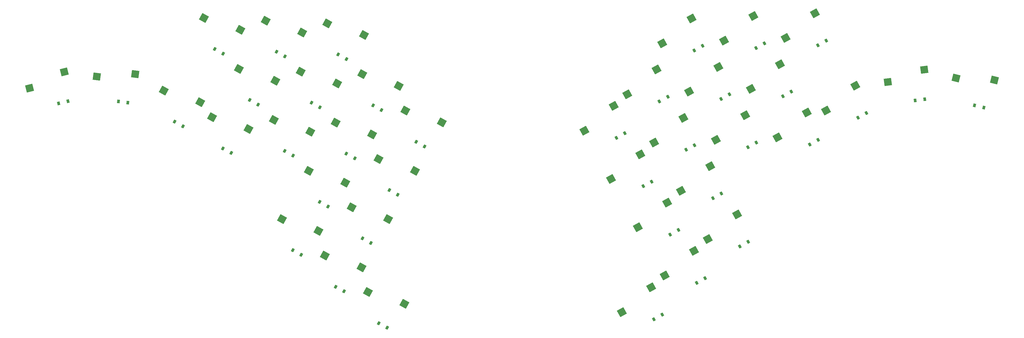
<source format=gbr>
%TF.GenerationSoftware,KiCad,Pcbnew,8.0.8-2.fc41*%
%TF.CreationDate,2025-01-20T23:27:37+01:00*%
%TF.ProjectId,laserraven_traced_and_silked_screws,6c617365-7272-4617-9665-6e5f74726163,1.0.0*%
%TF.SameCoordinates,Original*%
%TF.FileFunction,Paste,Bot*%
%TF.FilePolarity,Positive*%
%FSLAX46Y46*%
G04 Gerber Fmt 4.6, Leading zero omitted, Abs format (unit mm)*
G04 Created by KiCad (PCBNEW 8.0.8-2.fc41) date 2025-01-20 23:27:37*
%MOMM*%
%LPD*%
G01*
G04 APERTURE LIST*
G04 Aperture macros list*
%AMRotRect*
0 Rectangle, with rotation*
0 The origin of the aperture is its center*
0 $1 length*
0 $2 width*
0 $3 Rotation angle, in degrees counterclockwise*
0 Add horizontal line*
21,1,$1,$2,0,0,$3*%
G04 Aperture macros list end*
%ADD10RotRect,2.550000X2.500000X331.000000*%
%ADD11RotRect,0.900000X1.200000X331.000000*%
%ADD12RotRect,0.900000X1.200000X29.000000*%
%ADD13RotRect,2.550000X2.500000X29.000000*%
%ADD14RotRect,2.550000X2.500000X14.000000*%
%ADD15RotRect,2.550000X2.500000X7.500000*%
%ADD16RotRect,0.900000X1.200000X352.500000*%
%ADD17RotRect,2.550000X2.500000X346.000000*%
%ADD18RotRect,0.900000X1.200000X14.000000*%
%ADD19RotRect,2.550000X2.500000X352.500000*%
%ADD20RotRect,0.900000X1.200000X7.500000*%
%ADD21RotRect,0.900000X1.200000X346.000000*%
G04 APERTURE END LIST*
D10*
%TO.C,S12*%
X156684203Y-139566678D03*
X169221830Y-143612275D03*
%TD*%
D11*
%TO.C,D5*%
X117959228Y-148445692D03*
X120845474Y-150045564D03*
%TD*%
D12*
%TO.C,D22*%
X327081336Y-154543103D03*
X329967582Y-152943225D03*
%TD*%
%TO.C,D33*%
X253241141Y-178094415D03*
X256127387Y-176494537D03*
%TD*%
D10*
%TO.C,S3*%
X88408119Y-145168082D03*
X100945746Y-149213679D03*
%TD*%
D12*
%TO.C,D23*%
X310463566Y-163754484D03*
X313349812Y-162154606D03*
%TD*%
D10*
%TO.C,S11*%
X147472824Y-156184450D03*
X160010451Y-160230047D03*
%TD*%
D13*
%TO.C,S23*%
X299430686Y-161249218D03*
X309505479Y-152760549D03*
%TD*%
D10*
%TO.C,S5*%
X114237278Y-137761693D03*
X126774905Y-141807290D03*
%TD*%
D11*
%TO.C,D17*%
X132772014Y-200104007D03*
X135658260Y-201703879D03*
%TD*%
D10*
%TO.C,S13*%
X153036939Y-185337169D03*
X165574566Y-189382766D03*
%TD*%
D14*
%TO.C,S1*%
X42280464Y-144333391D03*
X54208994Y-138741517D03*
%TD*%
D11*
%TO.C,D19*%
X162323008Y-225173882D03*
X165209254Y-226773754D03*
%TD*%
D10*
%TO.C,S14*%
X162248316Y-168719394D03*
X174785943Y-172764991D03*
%TD*%
D12*
%TO.C,D25*%
X292040799Y-130518932D03*
X294927045Y-128919054D03*
%TD*%
D11*
%TO.C,D15*%
X175181660Y-162785622D03*
X178067906Y-164385494D03*
%TD*%
%TO.C,D18*%
X147547512Y-212638941D03*
X150433758Y-214238813D03*
%TD*%
D12*
%TO.C,D31*%
X258805257Y-148941702D03*
X261691503Y-147341824D03*
%TD*%
D11*
%TO.C,D11*%
X151194779Y-166868453D03*
X154081025Y-168468325D03*
%TD*%
D12*
%TO.C,D26*%
X289240100Y-164656978D03*
X292126346Y-163057100D03*
%TD*%
D13*
%TO.C,S27*%
X268995838Y-145533943D03*
X279070631Y-137045274D03*
%TD*%
D10*
%TO.C,S9*%
X144672121Y-122046417D03*
X157209748Y-126092014D03*
%TD*%
D13*
%TO.C,S37*%
X260631023Y-208824699D03*
X270705816Y-200336030D03*
%TD*%
D10*
%TO.C,S17*%
X129050058Y-189420008D03*
X141587685Y-193465605D03*
%TD*%
D12*
%TO.C,D27*%
X280028717Y-148039205D03*
X282914963Y-146439327D03*
%TD*%
%TO.C,D32*%
X262452520Y-194712185D03*
X265338766Y-193112307D03*
%TD*%
D10*
%TO.C,S7*%
X126249360Y-155281963D03*
X138786987Y-159327560D03*
%TD*%
D13*
%TO.C,S33*%
X242208257Y-175589147D03*
X252283050Y-167100478D03*
%TD*%
D15*
%TO.C,S21*%
X337377641Y-142221494D03*
X349862513Y-138015910D03*
%TD*%
D13*
%TO.C,S22*%
X316048460Y-152037836D03*
X326123253Y-143549167D03*
%TD*%
D11*
%TO.C,D7*%
X129971314Y-165965963D03*
X132857560Y-167565835D03*
%TD*%
D13*
%TO.C,S25*%
X281007921Y-128013671D03*
X291082714Y-119525002D03*
%TD*%
D10*
%TO.C,S6*%
X123448657Y-121143914D03*
X135986284Y-125189511D03*
%TD*%
D13*
%TO.C,S24*%
X290219301Y-144631441D03*
X300294094Y-136142772D03*
%TD*%
D10*
%TO.C,S10*%
X138261444Y-172802235D03*
X150799071Y-176847832D03*
%TD*%
D16*
%TO.C,D2*%
X72802196Y-148948417D03*
X76073968Y-149379149D03*
%TD*%
D13*
%TO.C,S29*%
X266195137Y-179671985D03*
X276269930Y-171183316D03*
%TD*%
D12*
%TO.C,D34*%
X244029758Y-161476637D03*
X246916004Y-159876759D03*
%TD*%
%TO.C,D38*%
X256888407Y-223864895D03*
X259774653Y-222265017D03*
%TD*%
D17*
%TO.C,S20*%
X360820386Y-140905363D03*
X373977880Y-141568137D03*
%TD*%
D11*
%TO.C,D8*%
X139182692Y-149348187D03*
X142068938Y-150948059D03*
%TD*%
D13*
%TO.C,S34*%
X232996873Y-158971374D03*
X243071666Y-150482705D03*
%TD*%
D10*
%TO.C,S4*%
X105025890Y-154379466D03*
X117563517Y-158425063D03*
%TD*%
D11*
%TO.C,D6*%
X127170614Y-131827920D03*
X130056860Y-133427792D03*
%TD*%
%TO.C,D3*%
X92130074Y-155852085D03*
X95016320Y-157451957D03*
%TD*%
D13*
%TO.C,S32*%
X251419641Y-192206920D03*
X261494434Y-183718251D03*
%TD*%
D10*
%TO.C,S16*%
X102225194Y-120241422D03*
X114762821Y-124287019D03*
%TD*%
D12*
%TO.C,D36*%
X286439402Y-198795026D03*
X289325648Y-197195148D03*
%TD*%
D11*
%TO.C,D9*%
X148394081Y-132730413D03*
X151280327Y-134330285D03*
%TD*%
D13*
%TO.C,S28*%
X259784455Y-128916168D03*
X269859248Y-120427499D03*
%TD*%
D11*
%TO.C,D12*%
X160406160Y-150250678D03*
X163292406Y-151850550D03*
%TD*%
%TO.C,D16*%
X105947148Y-130925423D03*
X108833394Y-132525295D03*
%TD*%
%TO.C,D13*%
X156758895Y-196021164D03*
X159645141Y-197621036D03*
%TD*%
D12*
%TO.C,D24*%
X301252184Y-147136709D03*
X304138430Y-145536831D03*
%TD*%
D13*
%TO.C,S26*%
X278207222Y-162151714D03*
X288282015Y-153663045D03*
%TD*%
D10*
%TO.C,S19*%
X158601058Y-214489884D03*
X171138685Y-218535481D03*
%TD*%
D12*
%TO.C,D28*%
X270817335Y-131421431D03*
X273703581Y-129821553D03*
%TD*%
D13*
%TO.C,S30*%
X256983756Y-163054210D03*
X267058549Y-154565541D03*
%TD*%
D18*
%TO.C,D1*%
X52289001Y-149608815D03*
X55490981Y-148810475D03*
%TD*%
D12*
%TO.C,D35*%
X313264267Y-129616440D03*
X316150513Y-128016562D03*
%TD*%
D13*
%TO.C,S35*%
X302231388Y-127111169D03*
X312306181Y-118622500D03*
%TD*%
D10*
%TO.C,S15*%
X171459704Y-152101620D03*
X183997331Y-156147217D03*
%TD*%
D19*
%TO.C,S2*%
X65423528Y-140371936D03*
X78571473Y-139540979D03*
%TD*%
D11*
%TO.C,D10*%
X141983398Y-183486236D03*
X144869644Y-185086108D03*
%TD*%
D20*
%TO.C,D21*%
X346724641Y-148595994D03*
X349996415Y-148165260D03*
%TD*%
D13*
%TO.C,S38*%
X245855529Y-221359634D03*
X255930322Y-212870965D03*
%TD*%
D10*
%TO.C,S8*%
X135460740Y-138664187D03*
X147998367Y-142709784D03*
%TD*%
D13*
%TO.C,S31*%
X247772370Y-146436436D03*
X257847163Y-137947767D03*
%TD*%
D11*
%TO.C,D4*%
X108747848Y-165063464D03*
X111634094Y-166663336D03*
%TD*%
D12*
%TO.C,D29*%
X277228021Y-182177252D03*
X280114267Y-180577374D03*
%TD*%
%TO.C,D37*%
X271663906Y-211329959D03*
X274550152Y-209730081D03*
%TD*%
D10*
%TO.C,S18*%
X143825554Y-201954943D03*
X156363181Y-206000540D03*
%TD*%
D11*
%TO.C,D14*%
X165970275Y-179403391D03*
X168856521Y-181003263D03*
%TD*%
D21*
%TO.C,D20*%
X367180737Y-150262004D03*
X370382715Y-151060344D03*
%TD*%
D12*
%TO.C,D30*%
X268016635Y-165559477D03*
X270902881Y-163959599D03*
%TD*%
D13*
%TO.C,S36*%
X275406520Y-196289758D03*
X285481313Y-187801089D03*
%TD*%
M02*

</source>
